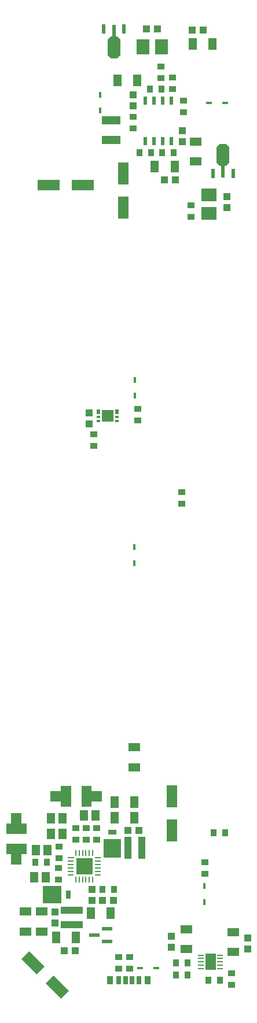
<source format=gtp>
G04*
G04 #@! TF.GenerationSoftware,Altium Limited,Altium Designer,20.2.7 (254)*
G04*
G04 Layer_Color=8421504*
%FSLAX44Y44*%
%MOMM*%
G71*
G04*
G04 #@! TF.SameCoordinates,09A48B07-2891-40CF-AB4D-50A5A77D63B2*
G04*
G04*
G04 #@! TF.FilePolarity,Positive*
G04*
G01*
G75*
%ADD24R,1.0000X0.9000*%
%ADD25R,1.2700X0.7620*%
%ADD26R,2.5400X2.6670*%
%ADD27R,1.3000X1.8000*%
%ADD28R,1.0000X1.0000*%
%ADD29R,1.3000X1.5000*%
%ADD30R,1.6000X3.2000*%
%ADD31R,0.9000X1.0000*%
%ADD32R,0.4000X0.8500*%
%ADD33R,1.0000X1.0000*%
%ADD34R,1.5000X0.6000*%
G04:AMPARAMS|DCode=35|XSize=1.6mm|YSize=3.2mm|CornerRadius=0mm|HoleSize=0mm|Usage=FLASHONLY|Rotation=45.000|XOffset=0mm|YOffset=0mm|HoleType=Round|Shape=Rectangle|*
%AMROTATEDRECTD35*
4,1,4,0.5657,-1.6971,-1.6971,0.5657,-0.5657,1.6971,1.6971,-0.5657,0.5657,-1.6971,0.0*
%
%ADD35ROTATEDRECTD35*%

%ADD36R,1.8000X1.3000*%
%ADD37R,0.8500X0.4000*%
%ADD38R,1.9500X2.3000*%
%ADD39R,0.6000X1.3000*%
%ADD40R,2.7000X1.3000*%
%ADD41R,3.2000X1.6000*%
G04:AMPARAMS|DCode=42|XSize=1.9mm|YSize=3.2mm|CornerRadius=0mm|HoleSize=0mm|Usage=FLASHONLY|Rotation=180.000|XOffset=0mm|YOffset=0mm|HoleType=Round|Shape=Octagon|*
%AMOCTAGOND42*
4,1,8,0.4750,-1.6000,-0.4750,-1.6000,-0.9500,-1.1250,-0.9500,1.1250,-0.4750,1.6000,0.4750,1.6000,0.9500,1.1250,0.9500,-1.1250,0.4750,-1.6000,0.0*
%
%ADD42OCTAGOND42*%

%ADD43R,0.6000X1.4000*%
%ADD44R,0.6000X1.8000*%
%ADD45R,0.5000X0.4000*%
%ADD46R,0.5000X0.7500*%
%ADD47R,1.8000X1.8000*%
%ADD48R,1.1000X3.2000*%
%ADD49R,3.2000X1.1000*%
%ADD50R,0.9000X1.1500*%
%ADD51R,0.8000X1.1500*%
%ADD52R,0.7000X1.1500*%
%ADD53R,0.7620X1.2700*%
%ADD54R,2.6670X2.5400*%
%ADD55R,2.3000X1.9500*%
%ADD56R,2.4500X2.4500*%
%ADD57O,0.9500X0.2500*%
%ADD58O,0.2500X0.9500*%
%ADD59R,1.5800X2.3400*%
%ADD60R,0.8500X0.2500*%
G04:AMPARAMS|DCode=61|XSize=0.2mm|YSize=0.2mm|CornerRadius=0.05mm|HoleSize=0mm|Usage=FLASHONLY|Rotation=165.000|XOffset=0mm|YOffset=0mm|HoleType=Round|Shape=RoundedRectangle|*
%AMROUNDEDRECTD61*
21,1,0.2000,0.1000,0,0,165.0*
21,1,0.1000,0.2000,0,0,165.0*
1,1,0.1000,-0.0354,0.0612*
1,1,0.1000,0.0612,0.0354*
1,1,0.1000,0.0354,-0.0612*
1,1,0.1000,-0.0612,-0.0354*
%
%ADD61ROUNDEDRECTD61*%
G36*
X52500Y265000D02*
Y250000D01*
X45000D01*
Y235000D01*
X30000D01*
Y250000D01*
X22500D01*
Y265000D01*
X52500D01*
D02*
G37*
G36*
X30000Y295000D02*
Y310000D01*
X45000D01*
Y295000D01*
X52500D01*
Y280000D01*
X22500D01*
Y295000D01*
X30000D01*
D02*
G37*
G36*
X102500Y327500D02*
X87500D01*
Y342500D01*
X102500D01*
Y350000D01*
X117500D01*
Y320000D01*
X102500D01*
Y327500D01*
D02*
G37*
G36*
X132500Y350000D02*
X147500D01*
Y342500D01*
X162500D01*
Y327500D01*
X147500D01*
Y320000D01*
X132500D01*
Y350000D01*
D02*
G37*
D24*
X139750Y288000D02*
D03*
Y271000D02*
D03*
X154750Y271000D02*
D03*
Y288000D02*
D03*
X124750Y288000D02*
D03*
Y271000D02*
D03*
X313250Y221500D02*
D03*
Y238500D02*
D03*
X98750Y230000D02*
D03*
Y213000D02*
D03*
X249000Y1403230D02*
D03*
Y1386230D02*
D03*
X282000Y1353500D02*
D03*
Y1336500D02*
D03*
X208000Y1329500D02*
D03*
Y1312500D02*
D03*
X279000Y780500D02*
D03*
Y763500D02*
D03*
X215000Y885500D02*
D03*
Y902500D02*
D03*
X151000Y847500D02*
D03*
Y864500D02*
D03*
X186790Y99630D02*
D03*
Y82630D02*
D03*
X203300Y99630D02*
D03*
Y82630D02*
D03*
X352500Y59000D02*
D03*
Y76000D02*
D03*
X293250Y1183500D02*
D03*
Y1200500D02*
D03*
X266000Y1387500D02*
D03*
Y1370500D02*
D03*
X99750Y244000D02*
D03*
Y261000D02*
D03*
D25*
X177750Y281995D02*
D03*
D26*
Y258500D02*
D03*
D27*
X210250Y326500D02*
D03*
X181250D02*
D03*
X210250Y303500D02*
D03*
X181250D02*
D03*
X146250Y163500D02*
D03*
X175250D02*
D03*
X95250Y128500D02*
D03*
X124250D02*
D03*
X324500Y1436000D02*
D03*
X295500D02*
D03*
X214500Y1383000D02*
D03*
X185500D02*
D03*
X239850Y1257000D02*
D03*
X268850D02*
D03*
D28*
X216750Y284500D02*
D03*
X200750D02*
D03*
X163500Y182500D02*
D03*
X179500D02*
D03*
X107750Y108500D02*
D03*
X123750D02*
D03*
X311000Y1457000D02*
D03*
X295000D02*
D03*
X244000Y1458000D02*
D03*
X228000D02*
D03*
X254350Y1237000D02*
D03*
X270350D02*
D03*
D29*
X136250Y306500D02*
D03*
X153250D02*
D03*
X88250Y302500D02*
D03*
X105250D02*
D03*
X88250Y279500D02*
D03*
X105250D02*
D03*
X80250Y216500D02*
D03*
X63250D02*
D03*
X66250Y256500D02*
D03*
X83250D02*
D03*
D30*
X265000Y285000D02*
D03*
Y335000D02*
D03*
X194250Y1247074D02*
D03*
Y1197074D02*
D03*
D31*
X325750Y281500D02*
D03*
X342750D02*
D03*
X180000Y198250D02*
D03*
X163000D02*
D03*
X65250Y238500D02*
D03*
X82250D02*
D03*
X232500Y1370500D02*
D03*
X249500D02*
D03*
X217450Y1277000D02*
D03*
X234450D02*
D03*
X267500D02*
D03*
X250500D02*
D03*
X334990Y65730D02*
D03*
X317990D02*
D03*
X271000Y91130D02*
D03*
X288000D02*
D03*
X271000Y73350D02*
D03*
X288000D02*
D03*
D32*
X312750Y203750D02*
D03*
Y180250D02*
D03*
X160250Y1338573D02*
D03*
Y1362074D02*
D03*
X211000Y944750D02*
D03*
Y921250D02*
D03*
X210000Y676250D02*
D03*
Y699750D02*
D03*
D33*
X148000Y182750D02*
D03*
Y198750D02*
D03*
X93750Y149500D02*
D03*
Y165500D02*
D03*
X280500Y1309250D02*
D03*
Y1293250D02*
D03*
X208000Y1345500D02*
D03*
Y1361500D02*
D03*
X144000Y896000D02*
D03*
Y880000D02*
D03*
X376020Y127070D02*
D03*
Y111070D02*
D03*
X264260Y129610D02*
D03*
Y113610D02*
D03*
X345250Y1196500D02*
D03*
Y1212500D02*
D03*
D34*
X170250Y122000D02*
D03*
Y141000D02*
D03*
X151250Y131500D02*
D03*
D35*
X62072Y90928D02*
D03*
X97428Y55572D02*
D03*
D36*
X74750Y137000D02*
D03*
Y166000D02*
D03*
X50750Y137000D02*
D03*
Y166000D02*
D03*
X299750Y1293500D02*
D03*
Y1264500D02*
D03*
X210000Y377500D02*
D03*
Y406500D02*
D03*
X354430Y136110D02*
D03*
Y107110D02*
D03*
X285850Y139920D02*
D03*
Y110920D02*
D03*
D37*
X319595Y1350323D02*
D03*
X343095D02*
D03*
X218220Y83510D02*
D03*
X241720D02*
D03*
D38*
X249750Y1432000D02*
D03*
X222250D02*
D03*
D39*
X264050Y1353500D02*
D03*
X251350D02*
D03*
X238650D02*
D03*
X225950D02*
D03*
X264050Y1294500D02*
D03*
X251350D02*
D03*
X238650D02*
D03*
X225950D02*
D03*
D40*
X176250Y1295500D02*
D03*
Y1324500D02*
D03*
D41*
X85000Y1229956D02*
D03*
X135000D02*
D03*
D42*
X339750Y1274000D02*
D03*
X180000Y1431000D02*
D03*
D43*
X354750Y1247000D02*
D03*
X324750D02*
D03*
X165000Y1458000D02*
D03*
X195000D02*
D03*
D44*
X339750Y1249000D02*
D03*
X180000Y1456000D02*
D03*
D45*
X184500Y884300D02*
D03*
Y890300D02*
D03*
X157500Y884300D02*
D03*
Y890300D02*
D03*
D46*
Y898050D02*
D03*
X184500D02*
D03*
D47*
X171000Y892000D02*
D03*
D48*
X200250Y259500D02*
D03*
X221250D02*
D03*
D49*
X118750Y147000D02*
D03*
Y168000D02*
D03*
D50*
X229450Y65730D02*
D03*
X174450D02*
D03*
D51*
X217150D02*
D03*
X186750D02*
D03*
D52*
X196950D02*
D03*
X206950D02*
D03*
D53*
X113245Y190500D02*
D03*
D54*
X89750D02*
D03*
D55*
X319000Y1215750D02*
D03*
Y1188250D02*
D03*
D56*
X136750Y232500D02*
D03*
D57*
X117000Y220000D02*
D03*
Y225000D02*
D03*
Y230000D02*
D03*
Y235000D02*
D03*
Y240000D02*
D03*
Y245000D02*
D03*
X156500D02*
D03*
Y240000D02*
D03*
Y235000D02*
D03*
Y230000D02*
D03*
Y225000D02*
D03*
Y220000D02*
D03*
D58*
X124250Y252250D02*
D03*
X129250D02*
D03*
X134250D02*
D03*
X139250D02*
D03*
X144250D02*
D03*
X149250D02*
D03*
Y212750D02*
D03*
X144250D02*
D03*
X139250D02*
D03*
X134250D02*
D03*
X129250D02*
D03*
X124250D02*
D03*
D59*
X321410Y92400D02*
D03*
D60*
X335560Y82400D02*
D03*
Y87400D02*
D03*
Y92400D02*
D03*
Y97400D02*
D03*
Y102400D02*
D03*
X307260Y82400D02*
D03*
Y87400D02*
D03*
Y92400D02*
D03*
Y97400D02*
D03*
Y102400D02*
D03*
D61*
X121400Y244750D02*
D03*
X125263Y243715D02*
D03*
M02*

</source>
